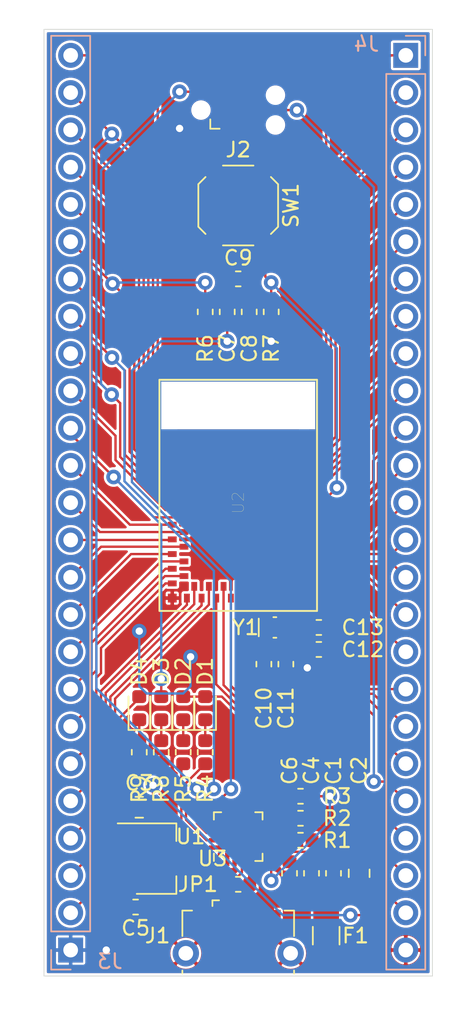
<source format=kicad_pcb>
(kicad_pcb (version 20211014) (generator pcbnew)
  (layers (0 "F.Cu" signal) (31 "B.Cu" signal) (34 "B.Paste" user) (35 "F.Paste" user) (36 "B.SilkS" user "B.Silkscreen") (37 "F.SilkS" user "F.Silkscreen") (38 "B.Mask" user) (39 "F.Mask" user) (44 "Edge.Cuts" user))
  (net 0 "")
  (net 1 "Net-(F1-Pad2)")
  (net 2 "+5V")
  (net 3 "GND")
  (net 4 "Net-(J1-Pad4)")
  (net 5 "Net-(U1-Pad15)")
  (net 6 "Net-(U1-Pad14)")
  (net 7 "Net-(U1-Pad13)")
  (net 8 "Net-(U1-Pad11)")
  (net 9 "Net-(U1-Pad10)")
  (net 10 "Net-(U1-Pad2)")
  (net 11 "Net-(U1-Pad1)")
  (net 12 "Net-(C4-Pad1)")
  (net 13 "+3V3")
  (net 14 "/RTS")
  (net 15 "/BOOT")
  (net 16 "/nRST")
  (net 17 "Net-(C10-Pad1)")
  (net 18 "Net-(C11-Pad1)")
  (net 19 "Net-(D1-Pad1)")
  (net 20 "Net-(D2-Pad1)")
  (net 21 "/USB_DP")
  (net 22 "/USB_DM")
  (net 23 "/SWO")
  (net 24 "/SWCLK")
  (net 25 "/SWDIO")
  (net 26 "/TX")
  (net 27 "Net-(J3-Pad23)")
  (net 28 "Net-(J3-Pad22)")
  (net 29 "Net-(J3-Pad21)")
  (net 30 "Net-(J3-Pad19)")
  (net 31 "/RX")
  (net 32 "Net-(J3-Pad16)")
  (net 33 "/LED")
  (net 34 "Net-(J3-Pad14)")
  (net 35 "Net-(J3-Pad13)")
  (net 36 "Net-(J3-Pad12)")
  (net 37 "Net-(J3-Pad11)")
  (net 38 "Net-(J3-Pad10)")
  (net 39 "Net-(J3-Pad9)")
  (net 40 "Net-(J3-Pad8)")
  (net 41 "Net-(J3-Pad7)")
  (net 42 "Net-(J3-Pad6)")
  (net 43 "Net-(J3-Pad5)")
  (net 44 "Net-(J3-Pad4)")
  (net 45 "Net-(J3-Pad3)")
  (net 46 "Net-(J3-Pad2)")
  (net 47 "Net-(J4-Pad24)")
  (net 48 "Net-(J4-Pad23)")
  (net 49 "Net-(J4-Pad22)")
  (net 50 "Net-(J4-Pad20)")
  (net 51 "Net-(J4-Pad19)")
  (net 52 "Net-(J4-Pad18)")
  (net 53 "Net-(J4-Pad17)")
  (net 54 "Net-(J4-Pad16)")
  (net 55 "Net-(J4-Pad15)")
  (net 56 "Net-(J4-Pad14)")
  (net 57 "Net-(J4-Pad13)")
  (net 58 "Net-(J4-Pad12)")
  (net 59 "Net-(J4-Pad11)")
  (net 60 "Net-(J4-Pad10)")
  (net 61 "Net-(J4-Pad9)")
  (net 62 "Net-(J4-Pad8)")
  (net 63 "Net-(J4-Pad7)")
  (net 64 "Net-(J4-Pad6)")
  (net 65 "Net-(J4-Pad5)")
  (net 66 "Net-(J4-Pad4)")
  (net 67 "Net-(J4-Pad3)")
  (net 68 "Net-(J4-Pad2)")
  (net 69 "Net-(J4-Pad1)")
  (net 70 "Net-(R1-Pad1)")
  (net 71 "Net-(R3-Pad1)")
  (net 72 "Net-(R4-Pad2)")
  (net 73 "Net-(R5-Pad2)")
  (net 74 "Net-(D4-Pad1)")
  (net 75 "Net-(D3-Pad1)")
  (footprint "artemis:ARTEMIS_FP" (layer "F.Cu") (at 150 100 90)
    (fp_text reference "U2")
    (fp_text value "SparkfunArtemis")
  )
  (footprint "Capacitor_SMD:C_0603_1608Metric" (layer "F.Cu") (at 156.5 125.25 -90)
    (fp_text reference "C1")
    (fp_text value "0.1u")
  )
  (footprint "Capacitor_SMD:C_0805_2012Metric" (layer "F.Cu") (at 143.25 120.75)
    (fp_text reference "C3")
    (fp_text value "10u")
  )
  (footprint "Capacitor_SMD:C_0603_1608Metric" (layer "F.Cu") (at 155 125.25 -90)
    (fp_text reference "C4")
    (fp_text value "10u")
  )
  (footprint "Capacitor_SMD:C_0603_1608Metric" (layer "F.Cu") (at 153.5 125.25 -90)
    (fp_text reference "C6")
    (fp_text value "0.1u")
  )
  (footprint "Capacitor_SMD:C_0603_1608Metric" (layer "F.Cu") (at 149.25 87 -90)
    (fp_text reference "C7")
    (fp_text value "0.1u")
  )
  (footprint "Capacitor_SMD:C_0603_1608Metric" (layer "F.Cu") (at 150.75 87 -90)
    (fp_text reference "C8")
    (fp_text value "0.1u")
  )
  (footprint "Capacitor_SMD:C_0603_1608Metric" (layer "F.Cu") (at 150 84.75)
    (fp_text reference "C9")
    (fp_text value "1n")
  )
  (footprint "Capacitor_SMD:C_0603_1608Metric" (layer "F.Cu") (at 151.75 111 -90)
    (fp_text reference "C10")
    (fp_text value "20p")
  )
  (footprint "Capacitor_SMD:C_0603_1608Metric" (layer "F.Cu") (at 153.25 111 -90)
    (fp_text reference "C11")
    (fp_text value "20p")
  )
  (footprint "Capacitor_SMD:C_0603_1608Metric" (layer "F.Cu") (at 155.5 110)
    (fp_text reference "C12")
    (fp_text value "1u")
  )
  (footprint "Capacitor_SMD:C_0603_1608Metric" (layer "F.Cu") (at 155.5 108.5)
    (fp_text reference "C13")
    (fp_text value "0.1u")
  )
  (footprint "LED_SMD:LED_0603_1608Metric" (layer "F.Cu") (at 147.75 114 90)
    (fp_text reference "D1")
    (fp_text value "RX")
  )
  (footprint "LED_SMD:LED_0603_1608Metric" (layer "F.Cu") (at 146.25 114 90)
    (fp_text reference "D2")
    (fp_text value "TX")
  )
  (footprint "LED_SMD:LED_0603_1608Metric" (layer "F.Cu") (at 144.75 114 90)
    (fp_text reference "D3")
    (fp_text value "LED")
  )
  (footprint "Resistor_SMD:R_0603_1608Metric" (layer "F.Cu") (at 154.25 123)
    (fp_text reference "R1")
    (fp_text value "22k")
  )
  (footprint "Resistor_SMD:R_0603_1608Metric" (layer "F.Cu") (at 154.25 121.5 180)
    (fp_text reference "R2")
    (fp_text value "47k")
  )
  (footprint "Resistor_SMD:R_0603_1608Metric" (layer "F.Cu") (at 146.25 117 -90)
    (fp_text reference "R5")
    (fp_text value "1k")
  )
  (footprint "Resistor_SMD:R_0603_1608Metric" (layer "F.Cu") (at 147.75 87 -90)
    (fp_text reference "R6")
    (fp_text value "220k")
  )
  (footprint "Resistor_SMD:R_0603_1608Metric" (layer "F.Cu") (at 152.25 87 90)
    (fp_text reference "R7")
    (fp_text value "100k")
  )
  (footprint "Resistor_SMD:R_0603_1608Metric" (layer "F.Cu") (at 144.75 117 90)
    (fp_text reference "R8")
    (fp_text value "1k")
  )
  (footprint "Button_Switch_SMD:SW_SPST_SKQG_WithoutStem" (layer "F.Cu") (at 150 79.75 -90)
    (fp_text reference "SW1")
    (fp_text value "RST")
  )
  (footprint "Package_TO_SOT_SMD:SOT-89-3" (layer "F.Cu") (at 144 124.25)
    (fp_text reference "U3")
    (fp_text value "AZ1117-3.3CR2")
  )
  (footprint "Crystal:Crystal_SMD_MicroCrystal_CM9V-T1A-2Pin_1.6x1.0mm" (layer "F.Cu") (at 152.5 108.5)
    (fp_text reference "Y1")
    (fp_text value "32.768kHz")
  )
  (footprint "Connector_USB:USB_Micro-B_GCT_USB3076-30-A" (layer "F.Cu") (at 150 129.5)
    (fp_text reference "J1")
    (fp_text value "USB_B_Micro")
  )
  (footprint "Connector:Tag-Connect_TC2030-IDC-NL_2x03_P1.27mm_Vertical" (layer "F.Cu") (at 150 73.25)
    (fp_text reference "J2")
    (fp_text value "SWD")
  )
  (footprint "Resistor_SMD:R_0603_1608Metric" (layer "F.Cu") (at 143.25 117 -90)
    (fp_text reference "R9")
    (fp_text value "1k")
  )
  (footprint "Fuse:Fuse_1206_3216Metric" (layer "F.Cu") (at 156 129.5 -90)
    (fp_text reference "F1")
    (fp_text value "500mA")
  )
  (footprint "Resistor_SMD:R_0603_1608Metric" (layer "F.Cu") (at 147.75 117 -90)
    (fp_text reference "R4")
    (fp_text value "1k")
  )
  (footprint "Package_DFN_QFN:SiliconLabs_QFN-20-1EP_3x3mm_P0.5mm" (layer "F.Cu") (at 150 122.75 90)
    (fp_text reference "U1")
    (fp_text value "CP2102N-A02-GQFN20")
  )
  (footprint "LED_SMD:LED_0603_1608Metric" (layer "F.Cu") (at 143.25 114 90)
    (fp_text reference "D4")
    (fp_text value "PWR")
  )
  (footprint "Resistor_SMD:R_0603_1608Metric" (layer "F.Cu") (at 154.25 120)
    (fp_text reference "R3")
    (fp_text value "1k")
  )
  (footprint "Resistor_SMD:R_0603_1608Metric" (layer "F.Cu") (at 150 126)
    (fp_text reference "JP1")
    (fp_text value "R_0603_1608Metric")
  )
  (footprint "Capacitor_SMD:C_0805_2012Metric" (layer "F.Cu") (at 158.25 125.25 -90)
    (fp_text reference "C2")
    (fp_text value "10u")
  )
  (footprint "Capacitor_SMD:C_0603_1608Metric" (layer "F.Cu") (at 143 127.55 180)
    (fp_text reference "C5")
    (fp_text value "10u")
  )
  (footprint "Connector_PinHeader_2.54mm:PinHeader_1x25_P2.54mm_Vertical" (layer "B.Cu") (at 138.57 130.48)
    (fp_text reference "J3")
    (fp_text value "Conn_01x25")
  )
  (footprint "Connector_PinHeader_2.54mm:PinHeader_1x25_P2.54mm_Vertical" (layer "B.Cu") (at 161.43 69.52 180)
    (fp_text reference "J4")
    (fp_text value "Conn_01x25")
  )
  (gr_line (start 136.75 67.75) (end 136.75 132.25) (layer "Edge.Cuts") (width 0.05))
  (gr_line (start 136.75 132.25) (end 163.25 132.25) (layer "Edge.Cuts") (width 0.05))
  (gr_line (start 163.25 67.75) (end 136.75 67.75) (layer "Edge.Cuts") (width 0.05))
  (gr_line (start 163.25 132.25) (end 163.25 67.75) (layer "Edge.Cuts") (width 0.05))
  (segment (start 155.75 130.9) (end 156 130.9) (width 0.16) (layer "F.Cu") (net 1))
  (segment (start 148.7 128.05) (end 148.7 128.91) (width 0.16) (layer "F.Cu") (net 1))
  (segment (start 149.29 129.5) (end 154.35 129.5) (width 0.16) (layer "F.Cu") (net 1))
  (segment (start 154.35 129.5) (end 155.75 130.9) (width 0.16) (layer "F.Cu") (net 1))
  (segment (start 148.7 128.91) (end 149.29 129.5) (width 0.16) (layer "F.Cu") (net 1))
  (segment (start 157.65 128.1) (end 157.65 128.1) (width 0.16) (layer "F.Cu") (net 2))
  (segment (start 157.65 128.1) (end 158.65 128.1) (width 0.16) (layer "F.Cu") (net 2))
  (segment (start 146.667 124.25) (end 142.6665 124.25) (width 0.16) (layer "F.Cu") (net 2))
  (segment (start 158.4625 124.3125) (end 158.25 124.3125) (width 0.16) (layer "F.Cu") (net 2))
  (segment (start 156.5 123.81998) (end 156.5 124.4625) (width 0.16) (layer "F.Cu") (net 2))
  (segment (start 155.0375 123.78248) (end 155.0375 123) (width 0.16) (layer "F.Cu") (net 2))
  (segment (start 156 128.1) (end 157.65 128.1) (width 0.16) (layer "F.Cu") (net 2))
  (segment (start 144.1875 119.25) (end 144.1875 120.75) (width 0.16) (layer "F.Cu") (net 2))
  (segment (start 158.0425 124.3125) (end 158.25 124.3125) (width 0.16) (layer "F.Cu") (net 2))
  (segment (start 156.53499 123.78499) (end 156.5 123.81998) (width 0.16) (layer "F.Cu") (net 2))
  (segment (start 155.03499 123.78499) (end 155.0375 123.78248) (width 0.16) (layer "F.Cu") (net 2))
  (segment (start 159.3 127.45) (end 159.3 125.15) (width 0.16) (layer "F.Cu") (net 2))
  (segment (start 157.51499 123.78499) (end 158.0425 124.3125) (width 0.16) (layer "F.Cu") (net 2))
  (segment (start 152.16 123.5) (end 152.44499 123.78499) (width 0.16) (layer "F.Cu") (net 2))
  (segment (start 159.3 125.15) (end 158.4625 124.3125) (width 0.16) (layer "F.Cu") (net 2))
  (segment (start 156.53499 123.78499) (end 157.51499 123.78499) (width 0.16) (layer "F.Cu") (net 2))
  (segment (start 158.65 128.1) (end 159.3 127.45) (width 0.16) (layer "F.Cu") (net 2))
  (segment (start 144.1875 120.96875) (end 144.1875 120.75) (width 0.16) (layer "F.Cu") (net 2))
  (segment (start 155.03499 123.78499) (end 156.53499 123.78499) (width 0.16) (layer "F.Cu") (net 2))
  (segment (start 151.55 123.5) (end 152.16 123.5) (width 0.16) (layer "F.Cu") (net 2))
  (segment (start 145.3335 122.11475) (end 144.1875 120.96875) (width 0.16) (layer "F.Cu") (net 2))
  (segment (start 152.44499 123.78499) (end 155.03499 123.78499) (width 0.16) (layer "F.Cu") (net 2))
  (segment (start 145.3335 124.25) (end 145.3335 122.11475) (width 0.16) (layer "F.Cu") (net 2))
  (via (at 157.65 128.1) (size 1) (drill 0.5) (layers "F.Cu" "B.Cu") (net 2))
  (via (at 144.1875 119.25) (size 1) (drill 0.5) (layers "F.Cu" "B.Cu") (net 2))
  (segment (start 153.0375 128.1) (end 144.1875 119.25) (width 0.16) (layer "B.Cu") (net 2))
  (segment (start 157.65 128.1) (end 153.0375 128.1) (width 0.16) (layer "B.Cu") (net 2))
  (segment (start 149.75 123) (end 150 122.75) (width 0.16) (layer "F.Cu") (net 3))
  (segment (start 150.75 121.2) (end 150.75 122) (width 0.16) (layer "F.Cu") (net 3))
  (segment (start 148.15 75.59) (end 148.74 75) (width 0.16) (layer "F.Cu") (net 3))
  (segment (start 149.75 124.3) (end 149.75 123) (width 0.16) (layer "F.Cu") (net 3))
  (segment (start 148.885 75) (end 150 73.885) (width 0.16) (layer "F.Cu") (net 3))
  (segment (start 148.15 76.65) (end 148.15 75.59) (width 0.16) (layer "F.Cu") (net 3))
  (segment (start 150.75 122) (end 150 122.75) (width 0.16) (layer "F.Cu") (net 3))
  (segment (start 148.74 75) (end 148.885 75) (width 0.16) (layer "F.Cu") (net 3))
  (via (at 146.75 110.5) (size 1) (drill 0.5) (layers "F.Cu" "B.Cu") (net 3))
  (via (at 143.25 108.75) (size 1) (drill 0.5) (layers "F.Cu" "B.Cu") (net 3))
  (segment (start 143.25 112.5) (end 143.75 113) (width 0.16) (layer "B.Cu") (net 3))
  (segment (start 146.75 112.5) (end 146.75 110.5) (width 0.16) (layer "B.Cu") (net 3))
  (segment (start 146.25 113) (end 146.75 112.5) (width 0.16) (layer "B.Cu") (net 3))
  (segment (start 143.25 108.75) (end 143.25 112.5) (width 0.16) (layer "B.Cu") (net 3))
  (segment (start 143.75 113) (end 146.25 113) (width 0.16) (layer "B.Cu") (net 3))
  (segment (start 155.0375 116.2875) (end 153.71003 114.96003) (width 0.16) (layer "F.Cu") (net 12))
  (segment (start 150.630809 114.960029) (end 148.88328 113.2125) (width 0.16) (layer "F.Cu") (net 12))
  (segment (start 148.88328 113.2125) (end 147.75 113.2125) (width 0.16) (layer "F.Cu") (net 12))
  (segment (start 155.0375 120) (end 156.25 120) (width 0.16) (layer "F.Cu") (net 12))
  (segment (start 155 124.4625) (end 153.5 124.4625) (width 0.16) (layer "F.Cu") (net 12))
  (segment (start 151.25 124.31) (end 151.25 124) (width 0.16) (layer "F.Cu") (net 12))
  (segment (start 153.5 124.4625) (end 152.2875 124.4625) (width 0.16) (layer "F.Cu") (net 12))
  (segment (start 152.2875 124.4625) (end 151.4025 124.4625) (width 0.16) (layer "F.Cu") (net 12))
  (segment (start 146.25 113.2125) (end 147.75 113.2125) (width 0.16) (layer "F.Cu") (net 12))
  (segment (start 155.0375 120) (end 155.0375 116.2875) (width 0.16) (layer "F.Cu") (net 12))
  (segment (start 152.2875 124.4625) (end 152.25 124.5) (width 0.16) (layer "F.Cu") (net 12))
  (segment (start 153.71003 114.96003) (end 150.630809 114.960029) (width 0.16) (layer "F.Cu") (net 12))
  (segment (start 151.4025 124.4625) (end 151.25 124.31) (width 0.16) (layer "F.Cu") (net 12))
  (segment (start 152.25 124.5) (end 152.25 125.75) (width 0.16) (layer "F.Cu") (net 12))
  (via (at 152.25 125.75) (size 1) (drill 0.5) (layers "F.Cu" "B.Cu") (net 12))
  (via (at 156.25 120) (size 1) (drill 0.5) (layers "F.Cu" "B.Cu") (net 12))
  (segment (start 156.25 121.75) (end 152.25 125.75) (width 0.16) (layer "B.Cu") (net 12))
  (segment (start 156.25 120) (end 156.25 121.75) (width 0.16) (layer "B.Cu") (net 12))
  (segment (start 141 130.48) (end 138.57 130.48) (width 0.16) (layer "F.Cu") (net 13))
  (segment (start 143.7875 127.075) (end 143.7875 127.55) (width 0.16) (layer "F.Cu") (net 13))
  (segment (start 143.7875 126.7875) (end 143.7875 127.075) (width 0.16) (layer "F.Cu") (net 13))
  (segment (start 143.25 113.2125) (end 143.25 113.310248) (width 0.16) (layer "F.Cu") (net 13))
  (segment (start 153.5 106.5) (end 153.5 107.2875) (width 0.16) (layer "F.Cu") (net 13))
  (segment (start 141 119.700246) (end 141 130.48) (width 0.16) (layer "F.Cu") (net 13))
  (segment (start 141 130.48) (end 142.77 130.48) (width 0.16) (layer "F.Cu") (net 13))
  (segment (start 142.77 130.48) (end 143.7875 129.4625) (width 0.16) (layer "F.Cu") (net 13))
  (segment (start 141.280037 117.332773) (end 141.280037 119.420209) (width 0.16) (layer "F.Cu") (net 13))
  (segment (start 148.115 74.5) (end 146 74.5) (width 0.16) (layer "F.Cu") (net 13))
  (segment (start 154.7125 111.25) (end 154.7125 110) (width 0.16) (layer "F.Cu") (net 13))
  (segment (start 153 105.7) (end 153.36 105.7) (width 0.16) (layer "F.Cu") (net 13))
  (segment (start 153.5 107.2875) (end 154.7125 108.5) (width 0.16) (layer "F.Cu") (net 13))
  (segment (start 143.25 113.310248) (end 141.600052 114.960196) (width 0.16) (layer "F.Cu") (net 13))
  (segment (start 141.600052 114.960196) (end 141.600044 117.012766) (width 0.16) (layer "F.Cu") (net 13))
  (segment (start 153.5 105.84) (end 153.5 106.5) (width 0.16) (layer "F.Cu") (net 13))
  (segment (start 141.600044 117.012766) (end 141.280037 117.332773) (width 0.16) (layer "F.Cu") (net 13))
  (segment (start 153.36 105.7) (end 153.5 105.84) (width 0.16) (layer "F.Cu") (net 13))
  (segment (start 152.25 87.7875) (end 152.25 89) (width 0.16) (layer "F.Cu") (net 13))
  (segment (start 154.7125 110) (end 154.7125 108.5) (width 0.16) (layer "F.Cu") (net 13))
  (segment (start 143.7875 129.4625) (end 143.7875 128.025) (width 0.16) (layer "F.Cu") (net 13))
  (segment (start 148.73 73.885) (end 148.115 74.5) (width 0.16) (layer "F.Cu") (net 13))
  (segment (start 142.75 125.75) (end 143.7875 126.7875) (width 0.16) (layer "F.Cu") (net 13))
  (segment (start 143.7875 128.025) (end 143.7875 127.55) (width 0.16) (layer "F.Cu") (net 13))
  (segment (start 142.52 125.75) (end 142.75 125.75) (width 0.16) (layer "F.Cu") (net 13))
  (segment (start 141.280037 119.420209) (end 141 119.700246) (width 0.16) (layer "F.Cu") (net 13))
  (via (at 141 130.48) (size 1) (drill 0.5) (layers "F.Cu" "B.Cu") (net 13))
  (via (at 154.7125 111.25) (size 1) (drill 0.5) (layers "F.Cu" "B.Cu") (net 13))
  (via (at 152.25 89) (size 1) (drill 0.5) (layers "F.Cu" "B.Cu") (net 13))
  (via (at 146 74.5) (size 1) (drill 0.5) (layers "F.Cu" "B.Cu") (net 13))
  (segment (start 148.75 120.249984) (end 149.499984 119.5) (width 0.16) (layer "F.Cu") (net 14))
  (segment (start 149.25 87.7875) (end 149.25 89) (width 0.16) (layer "F.Cu") (net 14))
  (segment (start 149.25 87.7875) (end 149.9625 87.7875) (width 0.16) (layer "F.Cu") (net 14))
  (segment (start 148.75 121.5) (end 148.75 120.249984) (width 0.16) (layer "F.Cu") (net 14))
  (segment (start 149.9625 87.7875) (end 150.75 87.7875) (width 0.16) (layer "F.Cu") (net 14))
  (via (at 149.25 89) (size 1) (drill 0.5) (layers "F.Cu" "B.Cu") (net 14))
  (via (at 149.499984 119.5) (size 1) (drill 0.5) (layers "F.Cu" "B.Cu") (net 14))
  (segment (start 144.75 89) (end 142.75 91) (width 0.16) (layer "B.Cu") (net 14))
  (segment (start 142.75 91) (end 142.75 98.594876) (width 0.16) (layer "B.Cu") (net 14))
  (segment (start 149.25 89) (end 144.75 89) (width 0.16) (layer "B.Cu") (net 14))
  (segment (start 149.499984 105.34486) (end 149.499984 118.792894) (width 0.16) (layer "B.Cu") (net 14))
  (segment (start 142.75 98.594876) (end 149.499984 105.34486) (width 0.16) (layer "B.Cu") (net 14))
  (segment (start 149.499984 118.792894) (end 149.499984 119.5) (width 0.16) (layer "B.Cu") (net 14))
  (segment (start 140.4625 84.1125) (end 141.425 85.075) (width 0.16) (layer "F.Cu") (net 15))
  (segment (start 141.425 85.075) (end 142.909942 86.559942) (width 0.16) (layer "F.Cu") (net 15))
  (segment (start 142.909943 96.369943) (end 145.04 98.5) (width 0.16) (layer "F.Cu") (net 15))
  (segment (start 138.57 82.22) (end 140.4625 84.1125) (width 0.16) (layer "F.Cu") (net 15))
  (segment (start 147.75 86.2125) (end 147.75 85) (width 0.16) (layer "F.Cu") (net 15))
  (segment (start 147.75 86.2125) (end 149.25 86.2125) (width 0.16) (layer "F.Cu") (net 15))
  (segment (start 142.909942 86.559942) (end 142.909943 96.369943) (width 0.16) (layer "F.Cu") (net 15))
  (segment (start 145.04 98.5) (end 145.5 98.5) (width 0.16) (layer "F.Cu") (net 15))
  (via (at 141.425 85.075) (size 1) (drill 0.5) (layers "F.Cu" "B.Cu") (net 15))
  (via (at 147.75 85) (size 1) (drill 0.5) (layers "F.Cu" "B.Cu") (net 15))
  (segment (start 141.5 85) (end 141.425 85.075) (width 0.16) (layer "B.Cu") (net 15))
  (segment (start 147.75 85) (end 141.5 85) (width 0.16) (layer "B.Cu") (net 15))
  (segment (start 150.7875 86.175) (end 150.75 86.2125) (width 0.16) (layer "F.Cu") (net 16))
  (segment (start 155.702888 100) (end 156.726444 98.976444) (width 0.16) (layer "F.Cu") (net 16))
  (segment (start 151.27 74.441775) (end 151.27 73.885) (width 0.16) (layer "F.Cu") (net 16))
  (segment (start 151.85 75.345) (end 151.27 74.765) (width 0.16) (layer "F.Cu") (net 16))
  (segment (start 152.25 86.2125) (end 152.25 85) (width 0.16) (layer "F.Cu") (net 16))
  (segment (start 151.85 84.6) (end 152.25 85) (width 0.16) (layer "F.Cu") (net 16))
  (segment (start 150.75 86.2125) (end 152.25 86.2125) (width 0.16) (layer "F.Cu") (net 16))
  (segment (start 150.7875 84.75) (end 150.7875 86.175) (width 0.16) (layer "F.Cu") (net 16))
  (segment (start 151.85 82.85) (end 151.85 84.6) (width 0.16) (layer "F.Cu") (net 16))
  (segment (start 151.27 74.765) (end 151.27 74.441775) (width 0.16) (layer "F.Cu") (net 16))
  (segment (start 151.85 76.65) (end 151.85 82.85) (width 0.16) (layer "F.Cu") (net 16))
  (segment (start 153.7 100) (end 155.702888 100) (width 0.16) (layer "F.Cu") (net 16))
  (segment (start 151.85 76.65) (end 151.85 75.345) (width 0.16) (layer "F.Cu") (net 16))
  (via (at 156.726444 98.976444) (size 1) (drill 0.5) (layers "F.Cu" "B.Cu") (net 16))
  (via (at 152.25 85) (size 1) (drill 0.5) (layers "F.Cu" "B.Cu") (net 16))
  (segment (start 152.25 85) (end 156.726444 89.476444) (width 0.16) (layer "B.Cu") (net 16))
  (segment (start 156.726444 89.476444) (end 156.726444 98.976444) (width 0.16) (layer "B.Cu") (net 16))
  (segment (start 151.9 110.0625) (end 151.75 110.2125) (width 0.16) (layer "F.Cu") (net 17))
  (segment (start 152 108.4) (end 151.9 108.5) (width 0.16) (layer "F.Cu") (net 17))
  (segment (start 151.9 108.5) (end 151.9 110.0625) (width 0.16) (layer "F.Cu") (net 17))
  (segment (start 152 105.7) (end 152 108.4) (width 0.16) (layer "F.Cu") (net 17))
  (segment (start 152.5 106.5) (end 152.5 108.36) (width 0.16) (layer "F.Cu") (net 18))
  (segment (start 152.64 108.5) (end 153.1 108.5) (width 0.16) (layer "F.Cu") (net 18))
  (segment (start 153.1 108.5) (end 153.1 110.0625) (width 0.16) (layer "F.Cu") (net 18))
  (segment (start 153.1 110.0625) (end 153.25 110.2125) (width 0.16) (layer "F.Cu") (net 18))
  (segment (start 152.5 108.36) (end 152.64 108.5) (width 0.16) (layer "F.Cu") (net 18))
  (segment (start 147.75 114.7875) (end 147.75 116.2125) (width 0.16) (layer "F.Cu") (net 19))
  (segment (start 146.25 114.7875) (end 146.25 116.2125) (width 0.16) (layer "F.Cu") (net 20))
  (segment (start 150.25 125.206857) (end 150 125.456857) (width 0.16) (layer "F.Cu") (net 21))
  (segment (start 150 125.456857) (end 150 127.19) (width 0.16) (layer "F.Cu") (net 21))
  (segment (start 150 127.19) (end 150 128.05) (width 0.16) (layer "F.Cu") (net 21))
  (segment (start 150.25 124.3) (end 150.25 125.206857) (width 0.16) (layer "F.Cu") (net 21))
  (segment (start 150.75 124.3) (end 150.75 125.9625) (width 0.16) (layer "F.Cu") (net 22))
  (segment (start 149.35 126.1375) (end 149.2125 126) (width 0.16) (layer "F.Cu") (net 22))
  (segment (start 149.35 128.05) (end 149.35 126.1375) (width 0.16) (layer "F.Cu") (net 22))
  (segment (start 150.75 125.9625) (end 150.7875 126) (width 0.16) (layer "F.Cu") (net 22))
  (segment (start 150 112.518972) (end 151.141058 113.66003) (width 0.16) (layer "F.Cu") (net 23))
  (segment (start 151.141058 113.66003) (end 158.41003 113.66003) (width 0.16) (layer "F.Cu") (net 23))
  (segment (start 150 105.7) (end 150 112.518972) (width 0.16) (layer "F.Cu") (net 23))
  (segment (start 151.905 73.25) (end 151.27 72.615) (width 0.16) (layer "F.Cu") (net 23))
  (segment (start 153.758699 73.008699) (end 154 73.25) (width 0.16) (layer "F.Cu") (net 23))
  (segment (start 154 73.25) (end 151.905 73.25) (width 0.16) (layer "F.Cu") (net 23))
  (segment (start 158.41003 113.66003) (end 159.25 114.5) (width 0.16) (layer "F.Cu") (net 23))
  (segment (start 159.25 119) (end 160.11 119) (width 0.16) (layer "F.Cu") (net 23))
  (segment (start 159.25 114.5) (end 159.25 119) (width 0.16) (layer "F.Cu") (net 23))
  (segment (start 160.11 119) (end 161.43 120.32) (width 0.16) (layer "F.Cu") (net 23))
  (via (at 154 73.25) (size 1) (drill 0.5) (layers "F.Cu" "B.Cu") (net 23))
  (via (at 159.25 119) (size 1) (drill 0.5) (layers "F.Cu" "B.Cu") (net 23))
  (segment (start 159.25 78.5) (end 159.25 119) (width 0.16) (layer "B.Cu") (net 23))
  (segment (start 154 73.25) (end 159.25 78.5) (width 0.16) (layer "B.Cu") (net 23))
  (segment (start 146.905 69.52) (end 138.57 69.52) (width 0.16) (layer "F.Cu") (net 24))
  (segment (start 144.50999 69.53001) (end 144.50999 95.441992) (width 0.16) (layer "F.Cu") (net 24))
  (segment (start 145.067998 96) (end 145.84 96) (width 0.16) (layer "F.Cu") (net 24))
  (segment (start 144.50999 95.441992) (end 145.067998 96) (width 0.16) (layer "F.Cu") (net 24))
  (segment (start 145.84 96) (end 146.3 96) (width 0.16) (layer "F.Cu") (net 24))
  (segment (start 144.52 69.52) (end 144.50999 69.53001) (width 0.16) (layer "F.Cu") (net 24))
  (segment (start 150 72.615) (end 146.905 69.52) (width 0.16) (layer "F.Cu") (net 24))
  (segment (start 140.465 91.735) (end 141.365 92.635) (width 0.16) (layer "F.Cu") (net 25))
  (segment (start 141.365 92.635) (end 141.949915 93.219915) (width 0.16) (layer "F.Cu") (net 25))
  (segment (start 145.067998 100) (end 145.84 100) (width 0.16) (layer "F.Cu") (net 25))
  (segment (start 141.949915 96.881917) (end 145.067998 100) (width 0.16) (layer "F.Cu") (net 25))
  (segment (start 148.73 72.615) (end 148.115 72) (width 0.16) (layer "F.Cu") (net 25))
  (segment (start 145.84 100) (end 146.3 100) (width 0.16) (layer "F.Cu") (net 25))
  (segment (start 148.115 72) (end 146 72) (width 0.16) (layer "F.Cu") (net 25))
  (segment (start 138.57 89.84) (end 140.465 91.735) (width 0.16) (layer "F.Cu") (net 25))
  (segment (start 141.949915 93.219915) (end 141.949915 96.881917) (width 0.16) (layer "F.Cu") (net 25))
  (via (at 141.365 92.635) (size 1) (drill 0.5) (layers "F.Cu" "B.Cu") (net 25))
  (via (at 146 72) (size 1) (drill 0.5) (layers "F.Cu" "B.Cu") (net 25))
  (segment (start 145.500001 72.499999) (end 146 72) (width 0.16) (layer "B.Cu") (net 25))
  (segment (start 140.644999 91.914999) (end 140.644999 77.355001) (width 0.16) (layer "B.Cu") (net 25))
  (segment (start 141.365 92.635) (end 140.644999 91.914999) (width 0.16) (layer "B.Cu") (net 25))
  (segment (start 140.644999 77.355001) (end 145.500001 72.499999) (width 0.16) (layer "B.Cu") (net 25))
  (segment (start 140.4675 73.9575) (end 141.38 74.87) (width 0.16) (layer "F.Cu") (net 26))
  (segment (start 141.38 74.87) (end 144.189981 77.679981) (width 0.16) (layer "F.Cu") (net 26))
  (segment (start 145.04 96.5) (end 145.5 96.5) (width 0.16) (layer "F.Cu") (net 26))
  (segment (start 148.45 122.5) (end 147.84 122.5) (width 0.16) (layer "F.Cu") (net 26))
  (segment (start 144.189981 77.679981) (end 144.189981 95.649981) (width 0.16) (layer "F.Cu") (net 26))
  (segment (start 138.57 72.06) (end 140.4675 73.9575) (width 0.16) (layer "F.Cu") (net 26))
  (segment (start 147.84 122.5) (end 147.179962 121.839962) (width 0.16) (layer "F.Cu") (net 26))
  (segment (start 147.179962 120.207094) (end 147.179962 119.499988) (width 0.16) (layer "F.Cu") (net 26))
  (segment (start 147.179962 121.839962) (end 147.179962 120.207094) (width 0.16) (layer "F.Cu") (net 26))
  (segment (start 144.189981 95.649981) (end 145.04 96.5) (width 0.16) (layer "F.Cu") (net 26))
  (via (at 147.179962 119.499988) (size 1) (drill 0.5) (layers "F.Cu" "B.Cu") (net 26))
  (via (at 141.38 74.87) (size 1) (drill 0.5) (layers "F.Cu" "B.Cu") (net 26))
  (segment (start 140.32499 112.645016) (end 140.32499 75.92501) (width 0.16) (layer "B.Cu") (net 26))
  (segment (start 147.179962 119.499988) (end 140.32499 112.645016) (width 0.16) (layer "B.Cu") (net 26))
  (segment (start 140.880001 75.369999) (end 141.38 74.87) (width 0.16) (layer "B.Cu") (net 26))
  (segment (start 140.32499 75.92501) (end 140.880001 75.369999) (width 0.16) (layer "B.Cu") (net 26))
  (segment (start 143.869971 95.801973) (end 145.067998 97) (width 0.16) (layer "F.Cu") (net 27))
  (segment (start 143.869971 79.899971) (end 143.869971 95.801973) (width 0.16) (layer "F.Cu") (net 27))
  (segment (start 138.57 74.6) (end 143.869971 79.899971) (width 0.16) (layer "F.Cu") (net 27))
  (segment (start 145.067998 97) (end 146.3 97) (width 0.16) (layer "F.Cu") (net 27))
  (segment (start 143.549962 82.119962) (end 143.549962 96.009962) (width 0.16) (layer "F.Cu") (net 28))
  (segment (start 138.57 77.14) (end 143.549962 82.119962) (width 0.16) (layer "F.Cu") (net 28))
  (segment (start 143.549962 96.009962) (end 145.04 97.5) (width 0.16) (layer "F.Cu") (net 28))
  (segment (start 145.04 97.5) (end 145.5 97.5) (width 0.16) (layer "F.Cu") (net 28))
  (segment (start 145.84 98) (end 146.3 98) (width 0.16) (layer "F.Cu") (net 29))
  (segment (start 143.229952 84.339952) (end 143.229952 96.161954) (width 0.16) (layer "F.Cu") (net 29))
  (segment (start 143.229952 96.161954) (end 145.067998 98) (width 0.16) (layer "F.Cu") (net 29))
  (segment (start 138.57 79.68) (end 143.229952 84.339952) (width 0.16) (layer "F.Cu") (net 29))
  (segment (start 145.067998 98) (end 145.84 98) (width 0.16) (layer "F.Cu") (net 29))
  (segment (start 145.84 99) (end 146.3 99) (width 0.16) (layer "F.Cu") (net 30))
  (segment (start 138.57 84.76) (end 142.589934 88.779934) (width 0.16) (layer "F.Cu") (net 30))
  (segment (start 145.067998 99) (end 145.84 99) (width 0.16) (layer "F.Cu") (net 30))
  (segment (start 142.589934 96.521936) (end 145.067998 99) (width 0.16) (layer "F.Cu") (net 30))
  (segment (start 142.589934 88.779934) (end 142.589934 96.521936) (width 0.16) (layer "F.Cu") (net 30))
  (segment (start 140.4725 89.2025) (end 141.385 90.115) (width 0.16) (layer "F.Cu") (net 31))
  (segment (start 141.385 90.115) (end 142.269925 90.999925) (width 0.16) (layer "F.Cu") (net 31))
  (segment (start 138.57 87.3) (end 140.4725 89.2025) (width 0.16) (layer "F.Cu") (net 31))
  (segment (start 142.269925 96.729925) (end 145.04 99.5) (width 0.16) (layer "F.Cu") (net 31))
  (segment (start 148.15 122) (end 147.84 121.69) (width 0.16) (layer "F.Cu") (net 31))
  (segment (start 142.269925 90.999925) (end 142.269925 96.729925) (width 0.16) (layer "F.Cu") (net 31))
  (segment (start 147.84 121.69) (end 147.84 119.999973) (width 0.16) (layer "F.Cu") (net 31))
  (segment (start 148.45 122) (end 148.15 122) (width 0.16) (layer "F.Cu") (net 31))
  (segment (start 147.84 119.999973) (end 148.339973 119.5) (width 0.16) (layer "F.Cu") (net 31))
  (segment (start 145.04 99.5) (end 145.5 99.5) (width 0.16) (layer "F.Cu") (net 31))
  (via (at 148.339973 119.5) (size 1) (drill 0.5) (layers "F.Cu" "B.Cu") (net 31))
  (via (at 141.385 90.115) (size 1) (drill 0.5) (layers "F.Cu" "B.Cu") (net 31))
  (segment (start 148.339973 104.637411) (end 142.240001 98.537439) (width 0.16) (layer "B.Cu") (net 31))
  (segment (start 141.884999 90.614999) (end 141.385 90.115) (width 0.16) (layer "B.Cu") (net 31))
  (segment (start 148.339973 119.5) (end 148.339973 104.637411) (width 0.16) (layer "B.Cu") (net 31))
  (segment (start 142.240001 90.970001) (end 141.884999 90.614999) (width 0.16) (layer "B.Cu") (net 31))
  (segment (start 142.240001 98.537439) (end 142.240001 90.970001) (width 0.16) (layer "B.Cu") (net 31))
  (segment (start 138.57 92.38) (end 141.629905 95.439905) (width 0.16) (layer "F.Cu") (net 32))
  (segment (start 141.629906 97.089906) (end 145.04 100.5) (width 0.16) (layer "F.Cu") (net 32))
  (segment (start 141.629905 95.439905) (end 141.629906 97.089906) (width 0.16) (layer "F.Cu") (net 32))
  (segment (start 145.04 100.5) (end 145.5 100.5) (width 0.16) (layer "F.Cu") (net 32))
  (segment (start 146.3 101) (end 144.25 101) (width 0.16) (layer "F.Cu") (net 33))
  (segment (start 138.57 94.92) (end 138.57 95.32) (width 0.16) (layer "F.Cu") (net 33))
  (segment (start 144.75 113.2125) (end 144.75 112) (width 0.16) (layer "F.Cu") (net 33))
  (segment (start 144.25 101) (end 141.5 98.25) (width 0.16) (layer "F.Cu") (net 33))
  (segment (start 138.57 95.32) (end 141.5 98.25) (width 0.16) (layer "F.Cu") (net 33))
  (via (at 144.75 112) (size 1) (drill 0.5) (layers "F.Cu" "B.Cu") (net 33))
  (via (at 141.5 98.25) (size 1) (drill 0.5) (layers "F.Cu" "B.Cu") (net 33))
  (segment (start 144.75 112) (end 144.75 101.5) (width 0.16) (layer "B.Cu") (net 33))
  (segment (start 144.75 101.5) (end 141.5 98.25) (width 0.16) (layer "B.Cu") (net 33))
  (segment (start 142.61 101.5) (end 145.5 101.5) (width 0.16) (layer "F.Cu") (net 34))
  (segment (start 138.57 97.46) (end 142.61 101.5) (width 0.16) (layer "F.Cu") (net 34))
  (segment (start 140.57 102) (end 146.3 102) (width 0.16) (layer "F.Cu") (net 35))
  (segment (start 138.57 100) (end 140.57 102) (width 0.16) (layer "F.Cu") (net 35))
  (segment (start 138.57 102.54) (end 145.46 102.54) (width 0.16) (layer "F.Cu") (net 36))
  (segment (start 145.46 102.54) (end 145.5 102.5) (width 0.16) (layer "F.Cu") (net 36))
  (segment (start 140.65 103) (end 146.3 103) (width 0.16) (layer "F.Cu") (net 37))
  (segment (start 138.57 105.08) (end 140.65 103) (width 0.16) (layer "F.Cu") (net 37))
  (segment (start 145.5 103.5) (end 142.69 103.5) (width 0.16) (layer "F.Cu") (net 38))
  (segment (start 142.69 103.5) (end 138.57 107.62) (width 0.16) (layer "F.Cu") (net 38))
  (segment (start 146.3 104) (end 144.73 104) (width 0.16) (layer "F.Cu") (net 39))
  (segment (start 144.73 104) (end 138.57 110.16) (width 0.16) (layer "F.Cu") (net 39))
  (segment (start 145.5 104.5) (end 145.04 104.5) (width 0.16) (layer "F.Cu") (net 40))
  (segment (start 145.04 104.5) (end 140 109.54) (width 0.16) (layer "F.Cu") (net 40))
  (segment (start 140 111.27) (end 138.57 112.7) (width 0.16) (layer "F.Cu") (net 40))
  (segment (start 140 109.54) (end 140 111.27) (width 0.16) (layer "F.Cu") (net 40))
  (segment (start 140.32001 111.42999) (end 140 111.75) (width 0.16) (layer "F.Cu") (net 41))
  (segment (start 146.3 105) (end 145 105) (width 0.16) (layer "F.Cu") (net 41))
  (segment (start 140 113.81) (end 138.57 115.24) (width 0.16) (layer "F.Cu") (net 41))
  (segment (start 145 105) (end 140.32001 109.67999) (width 0.16) (layer "F.Cu") (net 41))
  (segment (start 140.32001 109.67999) (end 140.32001 111.42999) (width 0.16) (layer "F.Cu") (net 41))
  (segment (start 140 111.75) (end 140 113.81) (width 0.16) (layer "F.Cu") (net 41))
  (segment (start 140 116.35) (end 138.57 117.78) (width 0.16) (layer "F.Cu") (net 42))
  (segment (start 140.64002 111.60998) (end 140.32001 111.92999) (width 0.16) (layer "F.Cu") (net 42))
  (segment (start 145.04 105.5) (end 140.64002 109.89998) (width 0.16) (layer "F.Cu") (net 42))
  (segment (start 140 114.262562) (end 140 116.35) (width 0.16) (layer "F.Cu") (net 42))
  (segment (start 140.320009 113.942553) (end 140 114.262562) (width 0.16) (layer "F.Cu") (net 42))
  (segment (start 140.64002 109.89998) (end 140.64002 111.60998) (width 0.16) (layer "F.Cu") (net 42))
  (segment (start 145.5 105.5) (end 145.04 105.5) (width 0.16) (layer "F.Cu") (net 42))
  (segment (start 140.32001 111.92999) (end 140.320009 113.942553) (width 0.16) (layer "F.Cu") (net 42))
  (segment (start 140 118.89) (end 138.57 120.32) (width 0.16) (layer "F.Cu") (net 43))
  (segment (start 140.320009 116.482553) (end 140 116.802562) (width 0.16) (layer "F.Cu") (net 43))
  (segment (start 140.640019 114.109981) (end 140.32001 114.42999) (width 0.16) (layer "F.Cu") (net 43))
  (segment (start 146.5 106.96) (end 140.640019 112.819981) (width 0.16) (layer "F.Cu") (net 43))
  (segment (start 146.5 106.5) (end 146.5 106.96) (width 0.16) (layer "F.Cu") (net 43))
  (segment (start 140.32001 114.42999) (end 140.320009 116.482553) (width 0.16) (layer "F.Cu") (net 43))
  (segment (start 140.640019 112.819981) (end 140.640019 114.109981) (width 0.16) (layer "F.Cu") (net 43))
  (segment (start 140 116.802562) (end 140 118.89) (width 0.16) (layer "F.Cu") (net 43))
  (segment (start 147 106.912562) (end 140.960029 112.952533) (width 0.16) (layer "F.Cu") (net 44))
  (segment (start 140 121.43) (end 138.57 122.86) (width 0.16) (layer "F.Cu") (net 44))
  (segment (start 140.32001 116.935114) (end 140.320009 119.022553) (width 0.16) (layer "F.Cu") (net 44))
  (segment (start 140.640019 114.562543) (end 140.640018 116.615106) (width 0.16) (layer "F.Cu") (net 44))
  (segment (start 140.320009 119.022553) (end 140 119.342562) (width 0.16) (layer "F.Cu") (net 44))
  (segment (start 140.960028 114.242534) (end 140.640019 114.562543) (width 0.16) (layer "F.Cu") (net 44))
  (segment (start 140.640018 116.615106) (end 140.32001 116.935114) (width 0.16) (layer "F.Cu") (net 44))
  (segment (start 140 119.342562) (end 140 121.43) (width 0.16) (layer "F.Cu") (net 44))
  (segment (start 140.960029 112.952533) (end 140.960028 114.242534) (width 0.16) (layer "F.Cu") (net 44))
  (segment (start 147 105.7) (end 147 106.912562) (width 0.16) (layer "F.Cu") (net 44))
  (segment (start 140.640018 119.155106) (end 140.32001 119.475114) (width 0.16) (layer "F.Cu") (net 45))
  (segment (start 140 122) (end 140 123.97) (width 0.16) (layer "F.Cu") (net 45))
  (segment (start 140 123.97) (end 138.57 125.4) (width 0.16) (layer "F.Cu") (net 45))
  (segment (start 140.640019 117.067667) (end 140.640018 119.155106) (width 0.16) (layer "F.Cu") (net 45))
  (segment (start 140.32001 121.67999) (end 140 122) (width 0.16) (layer "F.Cu") (net 45))
  (segment (start 140.960028 114.695096) (end 140.960027 116.747659) (width 0.16) (layer "F.Cu") (net 45))
  (segment (start 147.5 106.5) (end 147.5 107) (width 0.16) (layer "F.Cu") (net 45))
  (segment (start 140.960027 116.747659) (end 140.640019 117.067667) (width 0.16) (layer "F.Cu") (net 45))
  (segment (start 147.5 107) (end 141.280038 113.219962) (width 0.16) (layer "F.Cu") (net 45))
  (segment (start 141.280037 114.375087) (end 140.960028 114.695096) (width 0.16) (layer "F.Cu") (net 45))
  (segment (start 140.32001 119.475114) (end 140.32001 121.67999) (width 0.16) (layer "F.Cu") (net 45))
  (segment (start 141.280038 113.219962) (end 141.280037 114.375087) (width 0.16) (layer "F.Cu") (net 45))
  (segment (start 140.960027 119.287657) (end 140.64002 119.607664) (width 0.16) (layer "F.Cu") (net 46))
  (segment (start 140.32001 124.17999) (end 140 124.5) (width 0.16) (layer "F.Cu") (net 46))
  (segment (start 140 124.5) (end 140 126.51) (width 0.16) (layer "F.Cu") (net 46))
  (segment (start 141.600047 113.352515) (end 141.600046 114.50764) (width 0.16) (layer "F.Cu") (net 46))
  (segment (start 140.64002 121.85998) (end 140.32001 122.17999) (width 0.16) (layer "F.Cu") (net 46))
  (segment (start 140.32001 122.17999) (end 140.32001 124.17999) (width 0.16) (layer "F.Cu") (net 46))
  (segment (start 141.600046 114.50764) (end 141.280037 114.827649) (width 0.16) (layer "F.Cu") (net 46))
  (segment (start 141.280037 114.827649) (end 141.280036 116.880212) (width 0.16) (layer "F.Cu") (net 46))
  (segment (start 140.64002 119.607664) (end 140.64002 121.85998) (width 0.16) (layer "F.Cu") (net 46))
  (segment (start 140.960028 117.20022) (end 140.960027 119.287657) (width 0.16) (layer "F.Cu") (net 46))
  (segment (start 141.280036 116.880212) (end 140.960028 117.20022) (width 0.16) (layer "F.Cu") (net 46))
  (segment (start 148 106.952562) (end 141.600047 113.352515) (width 0.16) (layer "F.Cu") (net 46))
  (segment (start 140 126.51) (end 138.57 127.94) (width 0.16) (layer "F.Cu") (net 46))
  (segment (start 148 105.7) (end 148 106.952562) (width 0.16) (layer "F.Cu") (net 46))
  (segment (start 148.5 112.376658) (end 150.763362 114.64002) (width 0.16) (layer "F.Cu") (net 47))
  (segment (start 150.763362 114.64002) (end 157.14002 114.64002) (width 0.16) (layer "F.Cu") (net 47))
  (segment (start 157.14002 114.64002) (end 157.859982 115.359982) (width 0.16) (layer "F.Cu") (net 47))
  (segment (start 148.5 106.5) (end 148.5 112.376658) (width 0.16) (layer "F.Cu") (net 47))
  (segment (start 157.859982 115.359982) (end 157.859982 120.195106) (width 0.16) (layer "F.Cu") (net 47))
  (segment (start 157.859982 120.195106) (end 159.67999 122.015114) (width 0.16) (layer "F.Cu") (net 47))
  (segment (start 159.67999 122.015114) (end 159.67999 126.18999) (width 0.16) (layer "F.Cu") (net 47))
  (segment (start 159.67999 126.18999) (end 161.43 127.94) (width 0.16) (layer "F.Cu") (net 47))
  (segment (start 149 112.424096) (end 150.895914 114.32001) (width 0.16) (layer "F.Cu") (net 48))
  (segment (start 150.895914 114.32001) (end 157.32001 114.32001) (width 0.16) (layer "F.Cu") (net 48))
  (segment (start 160 121.882562) (end 160 123.97) (width 0.16) (layer "F.Cu") (net 48))
  (segment (start 158.17999 115.17999) (end 158.179991 120.062553) (width 0.16) (layer "F.Cu") (net 48))
  (segment (start 158.179991 120.062553) (end 160 121.882562) (width 0.16) (layer "F.Cu") (net 48))
  (segment (start 157.32001 114.32001) (end 158.17999 115.17999) (width 0.16) (layer "F.Cu") (net 48))
  (segment (start 160 123.97) (end 161.43 125.4) (width 0.16) (layer "F.Cu") (net 48))
  (segment (start 149 105.7) (end 149 112.424096) (width 0.16) (layer "F.Cu") (net 48))
  (segment (start 151.028466 114) (end 157.5 114) (width 0.16) (layer "F.Cu") (net 49))
  (segment (start 158.5 119.93) (end 161.43 122.86) (width 0.16) (layer "F.Cu") (net 49))
  (segment (start 157.5 114) (end 158.5 115) (width 0.16) (layer "F.Cu") (net 49))
  (segment (start 149.5 112.471534) (end 151.028466 114) (width 0.16) (layer "F.Cu") (net 49))
  (segment (start 149.5 106.5) (end 149.5 112.471534) (width 0.16) (layer "F.Cu") (net 49))
  (segment (start 158.5 115) (end 158.5 119.93) (width 0.16) (layer "F.Cu") (net 49))
  (segment (start 150.5 106.96) (end 150.394972 107.065028) (width 0.16) (layer "F.Cu") (net 50))
  (segment (start 150.394972 107.065028) (end 150.394972 112.461382) (width 0.16) (layer "F.Cu") (net 50))
  (segment (start 151.27361 113.34002) (end 158.833739 113.34002) (width 0.16) (layer "F.Cu") (net 50))
  (segment (start 150.5 106.5) (end 150.5 106.96) (width 0.16) (layer "F.Cu") (net 50))
  (segment (start 150.394972 112.461382) (end 151.27361 113.34002) (width 0.16) (layer "F.Cu") (net 50))
  (segment (start 158.833739 113.34002) (end 160 114.506281) (width 0.16) (layer "F.Cu") (net 50))
  (segment (start 160 114.506281) (end 160 116.35) (width 0.16) (layer "F.Cu") (net 50))
  (segment (start 160 116.35) (end 161.43 117.78) (width 0.16) (layer "F.Cu") (net 50))
  (segment (start 150.71498 107.292458) (end 150.714981 112.328829) (width 0.16) (layer "F.Cu") (net 51))
  (segment (start 151.406162 113.02001) (end 159.21001 113.02001) (width 0.16) (layer "F.Cu") (net 51))
  (segment (start 150.714981 112.328829) (end 151.406162 113.02001) (width 0.16) (layer "F.Cu") (net 51))
  (segment (start 151 105.7) (end 151 107.007438) (width 0.16) (layer "F.Cu") (net 51))
  (segment (start 151 107.007438) (end 150.71498 107.292458) (width 0.16) (layer "F.Cu") (net 51))
  (segment (start 159.21001 113.02001) (end 161.43 115.24) (width 0.16) (layer "F.Cu") (net 51))
  (segment (start 151.5 106.96) (end 151.03499 107.42501) (width 0.16) (layer "F.Cu") (net 52))
  (segment (start 151.538714 112.7) (end 160.227919 112.7) (width 0.16) (layer "F.Cu") (net 52))
  (segment (start 151.03499 107.42501) (end 151.03499 112.196276) (width 0.16) (layer "F.Cu") (net 52))
  (segment (start 151.5 106.5) (end 151.5 106.96) (width 0.16) (layer "F.Cu") (net 52))
  (segment (start 160.227919 112.7) (end 161.43 112.7) (width 0.16) (layer "F.Cu") (net 52))
  (segment (start 151.03499 112.196276) (end 151.538714 112.7) (width 0.16) (layer "F.Cu") (net 52))
  (segment (start 153.7 105) (end 156.27 105) (width 0.16) (layer "F.Cu") (net 53))
  (segment (start 156.27 105) (end 161.43 110.16) (width 0.16) (layer "F.Cu") (net 53))
  (segment (start 158.31 104.5) (end 161.43 107.62) (width 0.16) (layer "F.Cu") (net 54))
  (segment (start 154.5 104.5) (end 158.31 104.5) (width 0.16) (layer "F.Cu") (net 54))
  (segment (start 153.7 104) (end 160.35 104) (width 0.16) (layer "F.Cu") (net 55))
  (segment (start 160.35 104) (end 161.43 105.08) (width 0.16) (layer "F.Cu") (net 55))
  (segment (start 161.43 102.54) (end 160.47 103.5) (width 0.16) (layer "F.Cu") (net 56))
  (segment (start 160.47 103.5) (end 154.5 103.5) (width 0.16) (layer "F.Cu") (net 56))
  (segment (start 158.43 103) (end 153.7 103) (width 0.16) (layer "F.Cu") (net 57))
  (segment (start 161.43 100) (end 158.43 103) (width 0.16) (layer "F.Cu") (net 57))
  (segment (start 156.39 102.5) (end 154.5 102.5) (width 0.16) (layer "F.Cu") (net 58))
  (segment (start 161.43 97.46) (end 156.39 102.5) (width 0.16) (layer "F.Cu") (net 58))
  (segment (start 153.7 102) (end 155.703214 102) (width 0.16) (layer "F.Cu") (net 59))
  (segment (start 159.200107 98.503107) (end 159.200107 97.149893) (width 0.16) (layer "F.Cu") (net 59))
  (segment (start 155.703214 102) (end 159.200107 98.503107) (width 0.16) (layer "F.Cu") (net 59))
  (segment (start 159.200107 97.149893) (end 161.43 94.92) (width 0.16) (layer "F.Cu") (net 59))
  (segment (start 156.250652 101) (end 158.880097 98.370555) (width 0.16) (layer "F.Cu") (net 60))
  (segment (start 158.880097 94.929903) (end 161.43 92.38) (width 0.16) (layer "F.Cu") (net 60))
  (segment (start 153.7 101) (end 156.250652 101) (width 0.16) (layer "F.Cu") (net 60))
  (segment (start 158.880097 98.370555) (end 158.880097 94.929903) (width 0.16) (layer "F.Cu") (net 60))
  (segment (start 158.560087 98.238003) (end 158.560087 92.709913) (width 0.16) (layer "F.Cu") (net 61))
  (segment (start 154.5 100.5) (end 156.29809 100.5) (width 0.16) (layer "F.Cu") (net 61))
  (segment (start 156.29809 100.5) (end 158.560087 98.238003) (width 0.16) (layer "F.Cu") (net 61))
  (segment (start 158.560087 92.709913) (end 161.43 89.84) (width 0.16) (layer "F.Cu") (net 61))
  (segment (start 161.43 87.3) (end 158.240077 90.489923) (width 0.16) (layer "F.Cu") (net 62))
  (segment (start 154.96 99.5) (end 154.5 99.5) (width 0.16) (layer "F.Cu") (net 62))
  (segment (start 155.107689 99.5) (end 154.96 99.5) (width 0.16) (layer "F.Cu") (net 62))
  (segment (start 158.240077 96.367612) (end 155.107689 99.5) (width 0.16) (layer "F.Cu") (net 62))
  (segment (start 158.240077 90.489923) (end 158.240077 96.367612) (width 0.16) (layer "F.Cu") (net 62))
  (segment (start 157.920066 88.269934) (end 157.920066 96.23506) (width 0.16) (layer "F.Cu") (net 63))
  (segment (start 157.920066 96.23506) (end 155.155126 99) (width 0.16) (layer "F.Cu") (net 63))
  (segment (start 155.155126 99) (end 154.16 99) (width 0.16) (layer "F.Cu") (net 63))
  (segment (start 154.16 99) (end 153.7 99) (width 0.16) (layer "F.Cu") (net 63))
  (segment (start 161.43 84.76) (end 157.920066 88.269934) (width 0.16) (layer "F.Cu") (net 63))
  (segment (start 157.600055 96.102508) (end 155.202563 98.5) (width 0.16) (layer "F.Cu") (net 64))
  (segment (start 154.96 98.5) (end 154.5 98.5) (width 0.16) (layer "F.Cu") (net 64))
  (segment (start 155.202563 98.5) (end 154.96 98.5) (width 0.16) (layer "F.Cu") (net 64))
  (segment (start 157.600055 86.049945) (end 157.600055 96.102508) (width 0.16) (layer "F.Cu") (net 64))
  (segment (start 161.43 82.22) (end 157.600055 86.049945) (width 0.16) (layer "F.Cu") (net 64))
  (segment (start 157.280044 95.969956) (end 155.25 98) (width 0.16) (layer "F.Cu") (net 65))
  (segment (start 157.280044 83.829956) (end 157.280044 95.969956) (width 0.16) (layer "F.Cu") (net 65))
  (segment (start 155.25 98) (end 154.16 98) (width 0.16) (layer "F.Cu") (net 65))
  (segment (start 154.16 98) (end 153.7 98) (width 0.16) (layer "F.Cu") (net 65))
  (segment (start 161.43 79.68) (end 157.280044 83.829956) (width 0.16) (layer "F.Cu") (net 65))
  (segment (start 155.107689 97.5) (end 154.96 97.5) (width 0.16) (layer "F.Cu") (net 66))
  (segment (start 154.96 97.5) (end 154.5 97.5) (width 0.16) (layer "F.Cu") (net 66))
  (segment (start 156.960033 81.609967) (end 156.960033 95.647656) (width 0.16) (layer "F.Cu") (net 66))
  (segment (start 161.43 77.14) (end 156.960033 81.609967) (width 0.16) (layer "F.Cu") (net 66))
  (segment (start 156.960033 95.647656) (end 155.107689 97.5) (width 0.16) (layer "F.Cu") (net 66))
  (segment (start 154.16 97) (end 153.7 97) (width 0.16) (layer "F.Cu") (net 67))
  (segment (start 155.155126 97) (end 154.16 97) (width 0.16) (layer "F.Cu") (net 67))
  (segment (start 161.43 74.6) (end 156.640022 79.389978) (width 0.16) (layer "F.Cu") (net 67))
  (segment (start 156.640022 95.515104) (end 155.155126 97) (width 0.16) (layer "F.Cu") (net 67))
  (segment (start 156.640022 79.389978) (end 156.640022 95.515104) (width 0.16) (layer "F.Cu") (net 67))
  (segment (start 155.202563 96.5) (end 154.96 96.5) (width 0.16) (layer "F.Cu") (net 68))
  (segment (start 156.320011 77.169989) (end 156.320011 95.382552) (width 0.16) (layer "F.Cu") (net 68))
  (segment (start 154.96 96.5) (end 154.5 96.5) (width 0.16) (layer "F.Cu") (net 68))
  (segment (start 156.320011 95.382552) (end 155.202563 96.5) (width 0.16) (layer "F.Cu") (net 68))
  (segment (start 161.43 72.06) (end 156.320011 77.169989) (width 0.16) (layer "F.Cu") (net 68))
  (segment (start 154.16 96) (end 153.7 96) (width 0.16) (layer "F.Cu") (net 69))
  (segment (start 161.43 69.52) (end 160.42 69.52) (width 0.16) (layer "F.Cu") (net 69))
  (segment (start 155.25 96) (end 154.16 96) (width 0.16) (layer "F.Cu") (net 69))
  (segment (start 160.42 69.52) (end 156 73.94) (width 0.16) (layer "F.Cu") (net 69))
  (segment (start 156 73.94) (end 156 95.25) (width 0.16) (layer "F.Cu") (net 69))
  (segment (start 156 95.25) (end 155.25 96) (width 0.16) (layer "F.Cu") (net 69))
  (segment (start 151.55 123) (end 153.4625 123) (width 0.16) (layer "F.Cu") (net 70))
  (segment (start 153.4625 121.5) (end 153.4625 123) (width 0.16) (layer "F.Cu") (net 70))
  (segment (start 152.5 122.231266) (end 152.5 121) (width 0.16) (layer "F.Cu") (net 71))
  (segment (start 152.5 121) (end 153.4625 120.0375) (width 0.16) (layer "F.Cu") (net 71))
  (segment (start 151.55 122.5) (end 152.231266 122.5) (width 0.16) (layer "F.Cu") (net 71))
  (segment (start 152.231266 122.5) (end 152.5 122.231266) (width 0.16) (layer "F.Cu") (net 71))
  (segment (start 153.4625 120.0375) (end 153.4625 120) (width 0.16) (layer "F.Cu") (net 71))
  (segment (start 146.439961 121.599961) (end 146.439961 119.097539) (width 0.16) (layer "F.Cu") (net 72))
  (segment (start 146.439961 119.097539) (end 147.75 117.7875) (width 0.16) (layer "F.Cu") (net 72))
  (segment (start 147.84 123) (end 146.439961 121.599961) (width 0.16) (layer "F.Cu") (net 72))
  (segment (start 148.45 123) (end 147.84 123) (width 0.16) (layer "F.Cu") (net 72))
  (segment (start 147.84 123.5) (end 148.45 123.5) (width 0.16) (layer "F.Cu") (net 73))
  (segment (start 146.119952 121.779952) (end 147.84 123.5) (width 0.16) (layer "F.Cu") (net 73))
  (segment (start 146.25 117.7875) (end 146.119952 117.917548) (width 0.16) (layer "F.Cu") (net 73))
  (segment (start 146.119952 117.917548) (end 146.119952 121.779952) (width 0.16) (layer "F.Cu") (net 73))
  (segment (start 143.25 114.7875) (end 143.25 116.2125) (width 0.16) (layer "F.Cu") (net 74))
  (segment (start 144.75 114.7875) (end 144.75 116.2125) (width 0.16) (layer "F.Cu") (net 75))
  (zone (net 3) (net_name "GND") (layer "F.Cu") (connect_pads (clearance 0.17)) (min_thickness 0.16) (fill yes (thermal_gap 0.15) (thermal_bridge_width 0.25))
    (polygon (pts (xy 165 135.25) (xy 133.75 135.25) (xy 133.75 65.75) (xy 165 65.75)))
  )
  (zone (net 0) (net_name "") (layer "F.Cu") (connect_pads (clearance 0)) (min_thickness 0.16)
    (keepout (tracks allowed) (vias allowed) (pads allowed) (copperpour not_allowed) (footprints allowed))
    (fill (thermal_gap 0.15) (thermal_bridge_width 0.25))
    (polygon (pts (xy 151.25 74) (xy 148.75 74) (xy 148.75 72.5) (xy 151.25 72.5)))
  )
  (zone (net 0) (net_name "") (layers F&B.Cu) (connect_pads (clearance 0)) (min_thickness 0.254)
    (keepout (tracks not_allowed) (vias not_allowed) (pads allowed) (copperpour not_allowed) (footprints allowed))
    (fill (thermal_gap 0.508) (thermal_bridge_width 0.508))
    (polygon (pts (xy 155.25 95) (xy 144.75 95) (xy 144.75 91.75) (xy 155.25 91.75)))
  )
  (zone (net 13) (net_name "+3V3") (layer "B.Cu") (connect_pads (clearance 0.17)) (min_thickness 0.16) (fill yes (thermal_gap 0.15) (thermal_bridge_width 0.25))
    (polygon (pts (xy 165 135.25) (xy 133.75 135.25) (xy 133.75 65.75) (xy 165 65.75)))
  )
)
</source>
